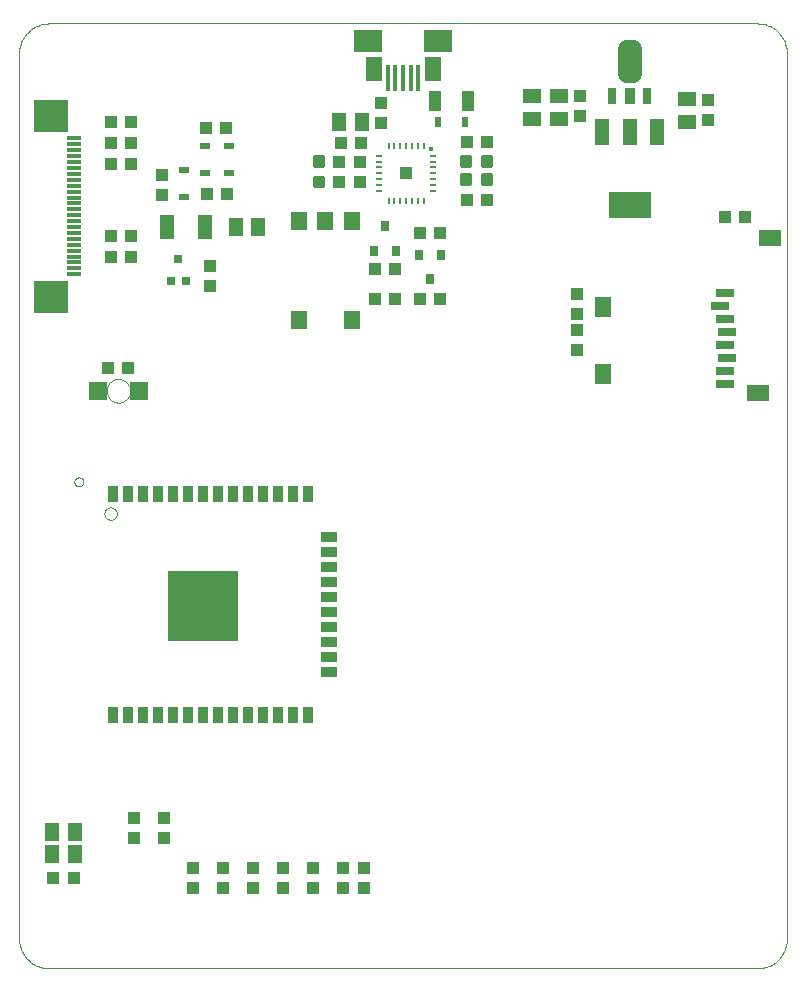
<source format=gtp>
G75*
%MOIN*%
%OFA0B0*%
%FSLAX24Y24*%
%IPPOS*%
%LPD*%
%AMOC8*
5,1,8,0,0,1.08239X$1,22.5*
%
%ADD10C,0.0000*%
%ADD11R,0.0102X0.0220*%
%ADD12R,0.0394X0.0394*%
%ADD13R,0.0118X0.0118*%
%ADD14R,0.0220X0.0102*%
%ADD15R,0.0177X0.0906*%
%ADD16R,0.0935X0.0748*%
%ADD17R,0.0581X0.0827*%
%ADD18R,0.0591X0.0512*%
%ADD19R,0.0394X0.0709*%
%ADD20R,0.0248X0.0327*%
%ADD21R,0.0315X0.0354*%
%ADD22R,0.0394X0.0433*%
%ADD23R,0.0433X0.0394*%
%ADD24R,0.0276X0.0276*%
%ADD25R,0.0327X0.0248*%
%ADD26R,0.0512X0.0591*%
%ADD27R,0.1181X0.1063*%
%ADD28R,0.0472X0.0118*%
%ADD29R,0.0472X0.0787*%
%ADD30R,0.0315X0.0551*%
%ADD31C,0.0600*%
%ADD32R,0.0320X0.0550*%
%ADD33R,0.0480X0.0880*%
%ADD34R,0.1417X0.0866*%
%ADD35R,0.0551X0.0630*%
%ADD36R,0.0591X0.0591*%
%ADD37R,0.0551X0.0709*%
%ADD38R,0.0748X0.0551*%
%ADD39R,0.0591X0.0315*%
%ADD40C,0.0118*%
%ADD41R,0.0354X0.0551*%
%ADD42R,0.0551X0.0354*%
%ADD43R,0.2362X0.2362*%
D10*
X000960Y001444D02*
X000960Y030972D01*
X000962Y031034D01*
X000968Y031095D01*
X000977Y031156D01*
X000991Y031217D01*
X001008Y031276D01*
X001029Y031334D01*
X001054Y031391D01*
X001082Y031446D01*
X001113Y031499D01*
X001148Y031550D01*
X001186Y031599D01*
X001227Y031646D01*
X001270Y031689D01*
X001317Y031730D01*
X001366Y031768D01*
X001417Y031803D01*
X001470Y031834D01*
X001525Y031862D01*
X001582Y031887D01*
X001640Y031908D01*
X001699Y031925D01*
X001760Y031939D01*
X001821Y031948D01*
X001882Y031954D01*
X001944Y031956D01*
X025567Y031956D01*
X025629Y031954D01*
X025690Y031948D01*
X025751Y031939D01*
X025812Y031925D01*
X025871Y031908D01*
X025929Y031887D01*
X025986Y031862D01*
X026041Y031834D01*
X026094Y031803D01*
X026145Y031768D01*
X026194Y031730D01*
X026241Y031689D01*
X026284Y031646D01*
X026325Y031599D01*
X026363Y031550D01*
X026398Y031499D01*
X026429Y031446D01*
X026457Y031391D01*
X026482Y031334D01*
X026503Y031276D01*
X026520Y031217D01*
X026534Y031156D01*
X026543Y031095D01*
X026549Y031034D01*
X026551Y030972D01*
X026551Y001444D01*
X026549Y001382D01*
X026543Y001321D01*
X026534Y001260D01*
X026520Y001199D01*
X026503Y001140D01*
X026482Y001082D01*
X026457Y001025D01*
X026429Y000970D01*
X026398Y000917D01*
X026363Y000866D01*
X026325Y000817D01*
X026284Y000770D01*
X026241Y000727D01*
X026194Y000686D01*
X026145Y000648D01*
X026094Y000613D01*
X026041Y000582D01*
X025986Y000554D01*
X025929Y000529D01*
X025871Y000508D01*
X025812Y000491D01*
X025751Y000477D01*
X025690Y000468D01*
X025629Y000462D01*
X025567Y000460D01*
X001944Y000460D01*
X001882Y000462D01*
X001821Y000468D01*
X001760Y000477D01*
X001699Y000491D01*
X001640Y000508D01*
X001582Y000529D01*
X001525Y000554D01*
X001470Y000582D01*
X001417Y000613D01*
X001366Y000648D01*
X001317Y000686D01*
X001270Y000727D01*
X001227Y000770D01*
X001186Y000817D01*
X001148Y000866D01*
X001113Y000917D01*
X001082Y000970D01*
X001054Y001025D01*
X001029Y001082D01*
X001008Y001140D01*
X000991Y001199D01*
X000977Y001260D01*
X000968Y001321D01*
X000962Y001382D01*
X000960Y001444D01*
X003799Y015619D02*
X003801Y015647D01*
X003807Y015675D01*
X003816Y015701D01*
X003829Y015727D01*
X003845Y015750D01*
X003865Y015770D01*
X003887Y015788D01*
X003911Y015803D01*
X003937Y015814D01*
X003964Y015822D01*
X003992Y015826D01*
X004020Y015826D01*
X004048Y015822D01*
X004075Y015814D01*
X004101Y015803D01*
X004125Y015788D01*
X004147Y015770D01*
X004167Y015750D01*
X004183Y015727D01*
X004196Y015701D01*
X004205Y015675D01*
X004211Y015647D01*
X004213Y015619D01*
X004211Y015591D01*
X004205Y015563D01*
X004196Y015537D01*
X004183Y015511D01*
X004167Y015488D01*
X004147Y015468D01*
X004125Y015450D01*
X004101Y015435D01*
X004075Y015424D01*
X004048Y015416D01*
X004020Y015412D01*
X003992Y015412D01*
X003964Y015416D01*
X003937Y015424D01*
X003911Y015435D01*
X003887Y015450D01*
X003865Y015468D01*
X003845Y015488D01*
X003829Y015511D01*
X003816Y015537D01*
X003807Y015563D01*
X003801Y015591D01*
X003799Y015619D01*
X002800Y016677D02*
X002802Y016701D01*
X002808Y016724D01*
X002817Y016746D01*
X002830Y016766D01*
X002845Y016784D01*
X002864Y016799D01*
X002885Y016811D01*
X002907Y016819D01*
X002930Y016824D01*
X002954Y016825D01*
X002978Y016822D01*
X003000Y016815D01*
X003022Y016805D01*
X003042Y016792D01*
X003059Y016775D01*
X003073Y016756D01*
X003084Y016735D01*
X003092Y016712D01*
X003096Y016689D01*
X003096Y016665D01*
X003092Y016642D01*
X003084Y016619D01*
X003073Y016598D01*
X003059Y016579D01*
X003042Y016562D01*
X003022Y016549D01*
X003000Y016539D01*
X002978Y016532D01*
X002954Y016529D01*
X002930Y016530D01*
X002907Y016535D01*
X002885Y016543D01*
X002864Y016555D01*
X002845Y016570D01*
X002830Y016588D01*
X002817Y016608D01*
X002808Y016630D01*
X002802Y016653D01*
X002800Y016677D01*
X003873Y019712D02*
X003875Y019751D01*
X003881Y019790D01*
X003891Y019828D01*
X003904Y019865D01*
X003921Y019900D01*
X003941Y019934D01*
X003965Y019965D01*
X003992Y019994D01*
X004021Y020020D01*
X004053Y020043D01*
X004087Y020063D01*
X004123Y020079D01*
X004160Y020091D01*
X004199Y020100D01*
X004238Y020105D01*
X004277Y020106D01*
X004316Y020103D01*
X004355Y020096D01*
X004392Y020085D01*
X004429Y020071D01*
X004464Y020053D01*
X004497Y020032D01*
X004528Y020007D01*
X004556Y019980D01*
X004581Y019950D01*
X004603Y019917D01*
X004622Y019883D01*
X004637Y019847D01*
X004649Y019809D01*
X004657Y019771D01*
X004661Y019732D01*
X004661Y019692D01*
X004657Y019653D01*
X004649Y019615D01*
X004637Y019577D01*
X004622Y019541D01*
X004603Y019507D01*
X004581Y019474D01*
X004556Y019444D01*
X004528Y019417D01*
X004497Y019392D01*
X004464Y019371D01*
X004429Y019353D01*
X004392Y019339D01*
X004355Y019328D01*
X004316Y019321D01*
X004277Y019318D01*
X004238Y019319D01*
X004199Y019324D01*
X004160Y019333D01*
X004123Y019345D01*
X004087Y019361D01*
X004053Y019381D01*
X004021Y019404D01*
X003992Y019430D01*
X003965Y019459D01*
X003941Y019490D01*
X003921Y019524D01*
X003904Y019559D01*
X003891Y019596D01*
X003881Y019634D01*
X003875Y019673D01*
X003873Y019712D01*
D11*
X013270Y026054D03*
X013467Y026054D03*
X013663Y026054D03*
X013860Y026054D03*
X014057Y026054D03*
X014254Y026054D03*
X014451Y026054D03*
X014451Y027866D03*
X014254Y027866D03*
X014057Y027866D03*
X013860Y027866D03*
X013663Y027866D03*
X013467Y027866D03*
X013270Y027866D03*
D12*
X013860Y026960D03*
D13*
X014687Y027787D03*
D14*
X014766Y027551D03*
X014766Y027354D03*
X014766Y027157D03*
X014766Y026960D03*
X014766Y026763D03*
X014766Y026566D03*
X014766Y026369D03*
X012955Y026369D03*
X012955Y026566D03*
X012955Y026763D03*
X012955Y026960D03*
X012955Y027157D03*
X012955Y027354D03*
X012955Y027551D03*
D15*
X013244Y030140D03*
X013500Y030140D03*
X013756Y030140D03*
X014011Y030140D03*
X014267Y030140D03*
D16*
X014917Y031360D03*
X012594Y031360D03*
D17*
X012771Y030454D03*
X014740Y030454D03*
D18*
X018060Y029534D03*
X018060Y028786D03*
X018960Y028786D03*
X018960Y029534D03*
X023210Y029434D03*
X023210Y028686D03*
D19*
X015911Y029360D03*
X014809Y029360D03*
D20*
X014907Y028660D03*
X015813Y028660D03*
D21*
X013160Y025193D03*
X012786Y024366D03*
X013534Y024366D03*
X014286Y024254D03*
X015034Y024254D03*
X014660Y023427D03*
D22*
X014326Y022760D03*
X014995Y022760D03*
X013495Y022760D03*
X012826Y022760D03*
X012826Y023760D03*
X013495Y023760D03*
X014326Y024960D03*
X014995Y024960D03*
X015876Y026060D03*
X016545Y026060D03*
X016545Y028010D03*
X015876Y028010D03*
X013010Y028625D03*
X013010Y029295D03*
X019660Y029545D03*
X019660Y028875D03*
X023910Y028725D03*
X023910Y029395D03*
X019560Y022945D03*
X019560Y022275D03*
X005710Y026225D03*
X005710Y026895D03*
X004595Y020478D03*
X003926Y020478D03*
X004784Y005466D03*
X004784Y004797D03*
X005784Y004797D03*
X005784Y005466D03*
X012460Y003795D03*
X012460Y003125D03*
D23*
X011760Y003125D03*
X011760Y003795D03*
X010760Y003795D03*
X010760Y003125D03*
X009760Y003125D03*
X009760Y003795D03*
X008760Y003795D03*
X008760Y003125D03*
X007760Y003125D03*
X007760Y003795D03*
X006760Y003795D03*
X006760Y003125D03*
X002772Y003471D03*
X002103Y003471D03*
X007321Y023204D03*
X007321Y023873D03*
X007226Y026260D03*
X007895Y026260D03*
X007845Y028460D03*
X007176Y028460D03*
X004695Y028660D03*
X004026Y028660D03*
X004026Y027960D03*
X004695Y027960D03*
X004695Y027260D03*
X004026Y027260D03*
X004026Y024860D03*
X004695Y024860D03*
X004695Y024160D03*
X004026Y024160D03*
X011610Y026675D03*
X011610Y027345D03*
X011676Y027960D03*
X012345Y027960D03*
X012310Y027345D03*
X012310Y026675D03*
X019560Y021745D03*
X019560Y021075D03*
X024476Y025510D03*
X025145Y025510D03*
D24*
X006516Y023364D03*
X006004Y023364D03*
X006260Y024092D03*
D25*
X006460Y026157D03*
X006460Y027063D03*
X007160Y026957D03*
X007960Y026957D03*
X007960Y027863D03*
X007160Y027863D03*
D26*
X008186Y025160D03*
X008934Y025160D03*
X011636Y028660D03*
X012384Y028660D03*
X002811Y005021D03*
X002063Y005021D03*
X002063Y004271D03*
X002811Y004271D03*
D27*
X002017Y022836D03*
X002017Y028884D03*
D28*
X002796Y028124D03*
X002796Y027927D03*
X002796Y027730D03*
X002796Y027533D03*
X002796Y027336D03*
X002796Y027140D03*
X002796Y026943D03*
X002796Y026746D03*
X002796Y026549D03*
X002796Y026352D03*
X002796Y026155D03*
X002796Y025958D03*
X002796Y025762D03*
X002796Y025565D03*
X002796Y025368D03*
X002796Y025171D03*
X002796Y024974D03*
X002796Y024777D03*
X002796Y024580D03*
X002796Y024384D03*
X002796Y024187D03*
X002796Y023990D03*
X002796Y023793D03*
X002796Y023596D03*
D29*
X005880Y025160D03*
X007140Y025160D03*
D30*
X020720Y029530D03*
X021900Y029530D03*
D31*
X021410Y030262D02*
X021210Y030262D01*
X021210Y031098D01*
X021410Y031098D01*
X021410Y030262D01*
X021410Y030861D02*
X021210Y030861D01*
D32*
X021310Y029530D03*
D33*
X021310Y028330D03*
X020400Y028330D03*
X022220Y028330D03*
D34*
X021310Y025890D03*
D35*
X012046Y025364D03*
X011160Y025364D03*
X010274Y025364D03*
X010274Y022056D03*
X012046Y022056D03*
D36*
X004951Y019705D03*
X003573Y019705D03*
D37*
X020418Y020267D03*
X020418Y022511D03*
D38*
X025595Y019637D03*
X025989Y024814D03*
D39*
X024473Y022980D03*
X024315Y022547D03*
X024473Y022114D03*
X024552Y021680D03*
X024473Y021247D03*
X024552Y020814D03*
X024473Y020381D03*
X024473Y019948D03*
D40*
X016694Y026622D02*
X016694Y026898D01*
X016694Y026622D02*
X016418Y026622D01*
X016418Y026898D01*
X016694Y026898D01*
X016694Y026739D02*
X016418Y026739D01*
X016418Y026856D02*
X016694Y026856D01*
X016694Y027222D02*
X016694Y027498D01*
X016694Y027222D02*
X016418Y027222D01*
X016418Y027498D01*
X016694Y027498D01*
X016694Y027339D02*
X016418Y027339D01*
X016418Y027456D02*
X016694Y027456D01*
X016003Y027498D02*
X016003Y027222D01*
X015727Y027222D01*
X015727Y027498D01*
X016003Y027498D01*
X016003Y027339D02*
X015727Y027339D01*
X015727Y027456D02*
X016003Y027456D01*
X016003Y026898D02*
X016003Y026622D01*
X015727Y026622D01*
X015727Y026898D01*
X016003Y026898D01*
X016003Y026739D02*
X015727Y026739D01*
X015727Y026856D02*
X016003Y026856D01*
X011098Y026803D02*
X010822Y026803D01*
X011098Y026803D02*
X011098Y026527D01*
X010822Y026527D01*
X010822Y026803D01*
X010822Y026644D02*
X011098Y026644D01*
X011098Y026761D02*
X010822Y026761D01*
X010822Y027493D02*
X011098Y027493D01*
X011098Y027217D01*
X010822Y027217D01*
X010822Y027493D01*
X010822Y027334D02*
X011098Y027334D01*
X011098Y027451D02*
X010822Y027451D01*
D41*
X010574Y016279D03*
X010074Y016279D03*
X009574Y016279D03*
X009074Y016279D03*
X008574Y016279D03*
X008074Y016279D03*
X007574Y016279D03*
X007074Y016279D03*
X006574Y016279D03*
X006074Y016279D03*
X005574Y016279D03*
X005074Y016279D03*
X004574Y016279D03*
X004074Y016279D03*
X004074Y008917D03*
X004574Y008917D03*
X005074Y008917D03*
X005574Y008917D03*
X006074Y008917D03*
X006574Y008917D03*
X007074Y008917D03*
X007574Y008917D03*
X008074Y008917D03*
X008574Y008917D03*
X009074Y008917D03*
X009574Y008917D03*
X010074Y008917D03*
X010574Y008917D03*
D42*
X011283Y010346D03*
X011283Y010846D03*
X011283Y011346D03*
X011283Y011846D03*
X011283Y012346D03*
X011283Y012846D03*
X011283Y013346D03*
X011283Y013846D03*
X011283Y014346D03*
X011283Y014846D03*
D43*
X007102Y012547D03*
M02*

</source>
